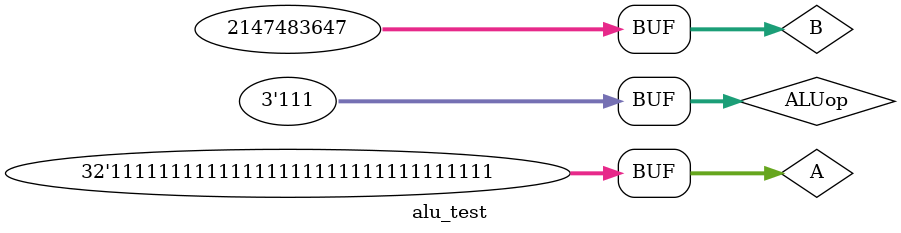
<source format=v>
`timescale 10ns / 1ns

`define DATA_WIDTH 32

module alu_test
();

	reg [`DATA_WIDTH - 1:0] A;
	reg [`DATA_WIDTH - 1:0] B;
	reg [2:0] ALUop;
	wire Overflow;
	wire CarryOut;
	wire Zero;
	wire [`DATA_WIDTH - 1:0] Result;

	initial
	begin
		ALUop=3'b000;A=32'h0000_0000;B=32'h0000_0001;#50;
		ALUop=3'b000;A=32'h0000_0001;B=32'h0000_0001;#50;

		ALUop=3'b001;A=32'h0000_0000;B=32'h0000_0001;#50;
		ALUop=3'b001;A=32'h0000_0000;B=32'h0000_0000;#50;

		ALUop=3'b010;A=32'h7FFF_FFFF;B=32'h7FFF_FFFF;#50;
		ALUop=3'b010;A=32'hFFFF_FFFF;B=32'hFFFF_FFFF;#50;

		ALUop=3'b110;A=32'h7FFF_FFFF;B=32'h7FFF_FFFD;#50;
		ALUop=3'b110;A=32'h7FFF_FFFF;B=32'hFFFF_FFFF;#50;

		ALUop=3'b111;A=32'h0000_0000;B=32'h0000_0001;#50;
		ALUop=3'b111;A=32'hFFFF_FFFF;B=32'h7FFF_FFFF;#50;
	end

	alu u_alu(
		.A(A),
		.B(B),
		.ALUop(ALUop),
		.Overflow(Overflow),
		.CarryOut(CarryOut),
		.Zero(Zero),
		.Result(Result)
	);

endmodule


</source>
